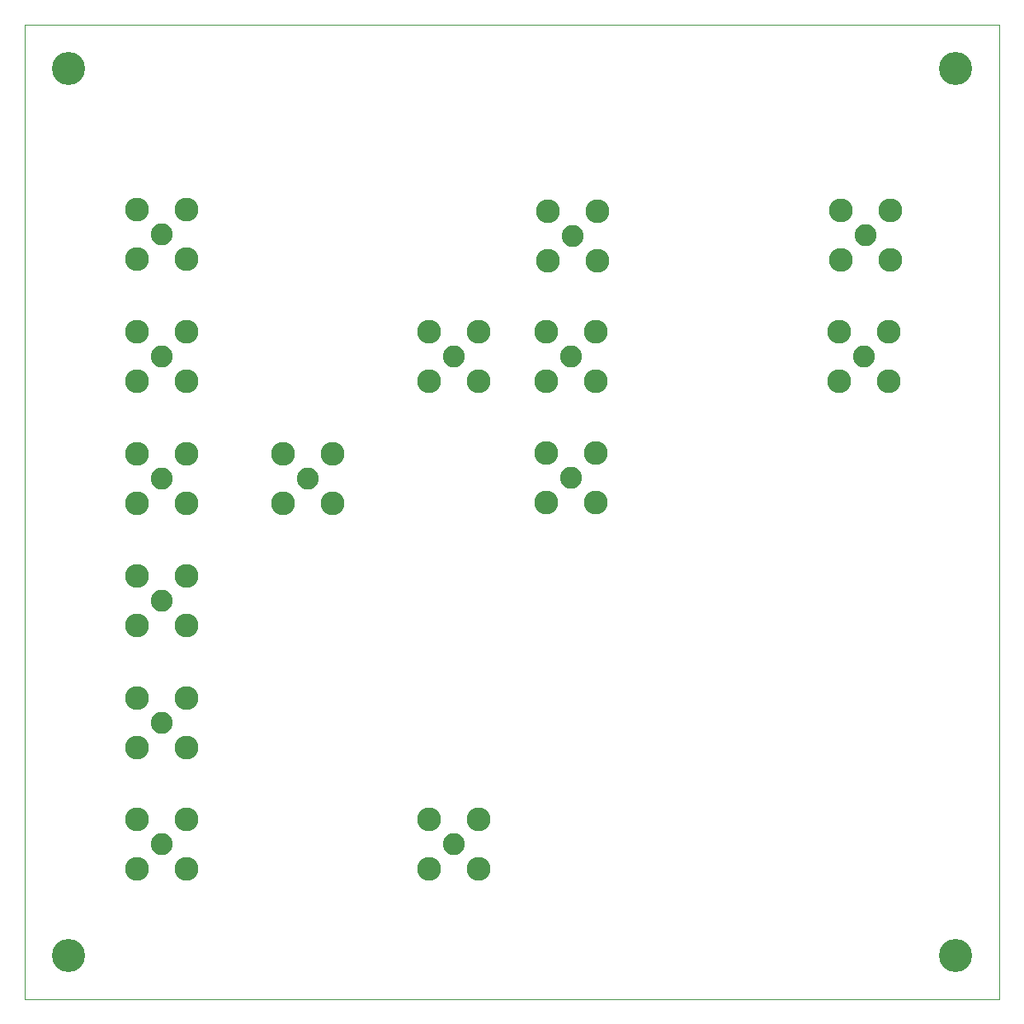
<source format=gbr>
%TF.GenerationSoftware,KiCad,Pcbnew,9.0.3*%
%TF.CreationDate,2026-02-01T20:01:01-08:00*%
%TF.ProjectId,White paper,57686974-6520-4706-9170-65722e6b6963,rev?*%
%TF.SameCoordinates,Original*%
%TF.FileFunction,Soldermask,Bot*%
%TF.FilePolarity,Negative*%
%FSLAX46Y46*%
G04 Gerber Fmt 4.6, Leading zero omitted, Abs format (unit mm)*
G04 Created by KiCad (PCBNEW 9.0.3) date 2026-02-01 20:01:01*
%MOMM*%
%LPD*%
G01*
G04 APERTURE LIST*
%ADD10C,2.250000*%
%ADD11C,2.450000*%
%ADD12C,3.400000*%
%TA.AperFunction,Profile*%
%ADD13C,0.050000*%
%TD*%
G04 APERTURE END LIST*
D10*
%TO.C,J10*%
X94060000Y-134090000D03*
D11*
X91520000Y-131550000D03*
X91520000Y-136630000D03*
X96600000Y-131550000D03*
X96600000Y-136630000D03*
%TD*%
D10*
%TO.C,J9*%
X64060000Y-134090000D03*
D11*
X61520000Y-131550000D03*
X61520000Y-136630000D03*
X66600000Y-131550000D03*
X66600000Y-136630000D03*
%TD*%
D10*
%TO.C,J2*%
X64060000Y-121590000D03*
D11*
X61520000Y-119050000D03*
X61520000Y-124130000D03*
X66600000Y-119050000D03*
X66600000Y-124130000D03*
%TD*%
D10*
%TO.C,J1*%
X64060000Y-71530000D03*
D11*
X61520000Y-68990000D03*
X61520000Y-74070000D03*
X66600000Y-68990000D03*
X66600000Y-74070000D03*
%TD*%
D12*
%TO.C,H1*%
X54500000Y-54500000D03*
%TD*%
%TO.C,H3*%
X54500000Y-145500000D03*
%TD*%
%TO.C,H4*%
X145500000Y-145500000D03*
%TD*%
D10*
%TO.C,J4*%
X136260000Y-71620000D03*
D11*
X133720000Y-69080000D03*
X133720000Y-74160000D03*
X138800000Y-69080000D03*
X138800000Y-74160000D03*
%TD*%
D10*
%TO.C,J6*%
X136120000Y-84060000D03*
D11*
X133580000Y-81520000D03*
X133580000Y-86600000D03*
X138660000Y-81520000D03*
X138660000Y-86600000D03*
%TD*%
D10*
%TO.C,J3*%
X106260000Y-71650000D03*
D11*
X103720000Y-69110000D03*
X103720000Y-74190000D03*
X108800000Y-69110000D03*
X108800000Y-74190000D03*
%TD*%
D10*
%TO.C,J12*%
X94060000Y-84030000D03*
D11*
X91520000Y-81490000D03*
X91520000Y-86570000D03*
X96600000Y-81490000D03*
X96600000Y-86570000D03*
%TD*%
D10*
%TO.C,J5*%
X106090000Y-84030000D03*
D11*
X103550000Y-81490000D03*
X103550000Y-86570000D03*
X108630000Y-81490000D03*
X108630000Y-86570000D03*
%TD*%
D10*
%TO.C,J11*%
X64030000Y-84030000D03*
D11*
X61490000Y-81490000D03*
X61490000Y-86570000D03*
X66570000Y-81490000D03*
X66570000Y-86570000D03*
%TD*%
D10*
%TO.C,J8*%
X64060000Y-109090000D03*
D11*
X61520000Y-106550000D03*
X61520000Y-111630000D03*
X66600000Y-106550000D03*
X66600000Y-111630000D03*
%TD*%
D12*
%TO.C,H2*%
X145500000Y-54500000D03*
%TD*%
D10*
%TO.C,J13*%
X64030000Y-96530000D03*
D11*
X61490000Y-93990000D03*
X61490000Y-99070000D03*
X66570000Y-93990000D03*
X66570000Y-99070000D03*
%TD*%
D10*
%TO.C,J14*%
X79030000Y-96530000D03*
D11*
X76490000Y-93990000D03*
X76490000Y-99070000D03*
X81570000Y-93990000D03*
X81570000Y-99070000D03*
%TD*%
D10*
%TO.C,J7*%
X106090000Y-96500000D03*
D11*
X108630000Y-93960000D03*
X103550000Y-93960000D03*
X108630000Y-99040000D03*
X103550000Y-99040000D03*
%TD*%
D13*
X50000000Y-50000000D02*
X150000000Y-50000000D01*
X150000000Y-150000000D01*
X50000000Y-150000000D01*
X50000000Y-50000000D01*
M02*

</source>
